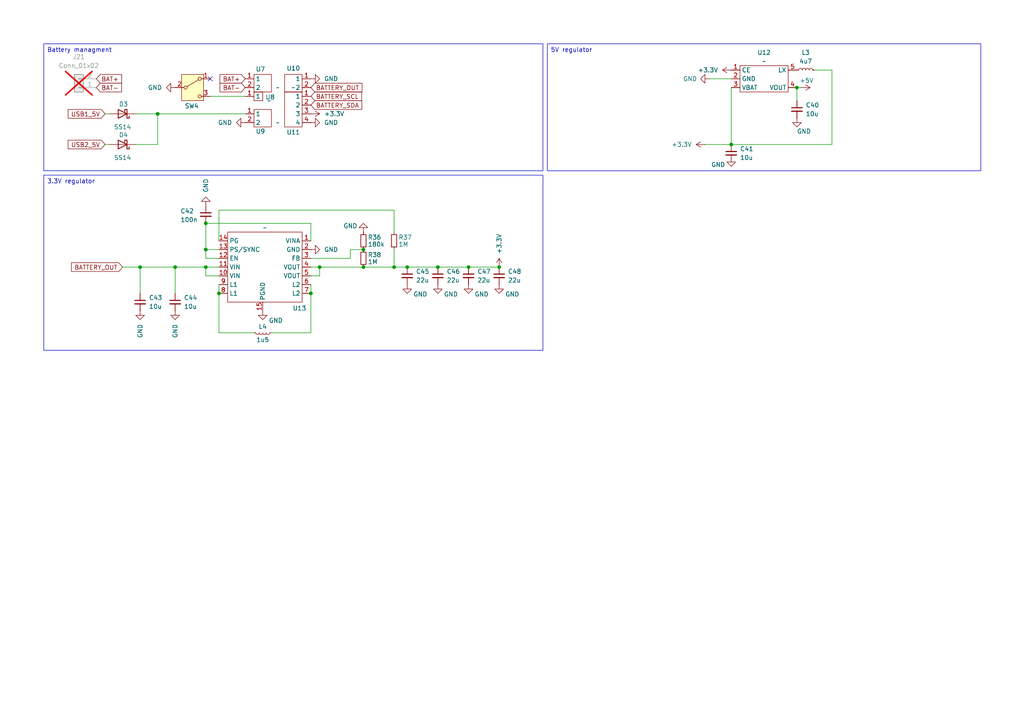
<source format=kicad_sch>
(kicad_sch (version 20231120) (generator "eeschema") (generator_version "8.0")
  (paper "A4")
  (title_block (title "PILOT") (date "2024-06-10") (rev "1.0"))
  (lib_symbols
    (symbol "Connector_Generic:Conn_01x02" (pin_names (offset 1.016) hide)
      (property "Reference" "J" (at 0 2.54 0))
      (property "Value" "Conn_01x02" (at 0 -5.08 0))
      (symbol "Conn_01x02_1_1"
        (rectangle (start -1.27 -2.413) (end 0 -2.667) (stroke (width 0.1524)))
        (rectangle (start -1.27 0.127) (end 0 -0.127) (stroke (width 0.1524)))
        (rectangle (start -1.27 1.27) (end 1.27 -3.81) (stroke (width 0.254)) (fill (type background)))
        (pin passive line (at -5.08 0 0) (length 3.81) (name "Pin_1") (number "1"))
        (pin passive line (at -5.08 -2.54 0) (length 3.81) (name "Pin_2") (number "2"))
      )
    )
    (symbol "Device:C_Small" (pin_numbers hide) (pin_names (offset 0.254) hide)
      (property "Reference" "C" (at 0.254 1.778 0))
      (property "Value" "C_Small" (at 0.254 -2.032 0))
      (symbol "C_Small_0_1"
        (polyline (pts (xy -1.524 -0.508) (xy 1.524 -0.508)) (stroke (width 0.3302)))
        (polyline (pts (xy -1.524 0.508) (xy 1.524 0.508)) (stroke (width 0.3048)))
      )
      (symbol "C_Small_1_1"
        (pin passive line (at 0 2.54 270) (length 2.032) (name "~") (number "1"))
        (pin passive line (at 0 -2.54 90) (length 2.032) (name "~") (number "2"))
      )
    )
    (symbol "Device:L_Small" (pin_numbers hide) (pin_names (offset 0.254) hide)
      (property "Reference" "L" (at 0.762 1.016 0))
      (property "Value" "L_Small" (at 0.762 -1.016 0))
      (symbol "L_Small_0_1"
        (arc (start 0 -2.032) (mid 0.5058 -1.524) (end 0 -1.016))
        (arc (start 0 -1.016) (mid 0.5058 -0.508) (end 0 0))
        (arc (start 0 0) (mid 0.5058 0.508) (end 0 1.016))
        (arc (start 0 1.016) (mid 0.5058 1.524) (end 0 2.032))
      )
      (symbol "L_Small_1_1"
        (pin passive line (at 0 2.54 270) (length 0.508) (name "~") (number "1"))
        (pin passive line (at 0 -2.54 90) (length 0.508) (name "~") (number "2"))
      )
    )
    (symbol "Device:R_Small" (pin_numbers hide) (pin_names (offset 0.254) hide)
      (property "Reference" "R" (at 0.762 0.508 0))
      (property "Value" "R_Small" (at 0.762 -1.016 0))
      (symbol "R_Small_0_1"
        (rectangle (start -0.762 1.778) (end 0.762 -1.778) (stroke (width 0.2032)))
      )
      (symbol "R_Small_1_1"
        (pin passive line (at 0 2.54 270) (length 0.762) (name "~") (number "1"))
        (pin passive line (at 0 -2.54 90) (length 0.762) (name "~") (number "2"))
      )
    )
    (symbol "Diode:SS14" (pin_numbers hide) (pin_names (offset 1.016) hide)
      (property "Reference" "D" (at 0 2.54 0))
      (property "Value" "SS14" (at 0 -2.54 0))
      (symbol "SS14_0_1"
        (polyline (pts (xy 1.27 0) (xy -1.27 0)))
        (polyline (pts (xy 1.27 1.27) (xy 1.27 -1.27) (xy -1.27 0) (xy 1.27 1.27)) (stroke (width 0.254)))
        (polyline (pts (xy -1.905 0.635) (xy -1.905 1.27) (xy -1.27 1.27) (xy -1.27 -1.27) (xy -0.635 -1.27) (xy -0.635 -0.635)) (stroke (width 0.254)))
      )
      (symbol "SS14_1_1"
        (pin passive line (at -3.81 0 0) (length 2.54) (name "K") (number "1"))
        (pin passive line (at 3.81 0 180) (length 2.54) (name "A") (number "2"))
      )
    )
    (symbol "Switch:SW_SPDT" (pin_names (offset 0) hide)
      (property "Reference" "SW" (at 0 5.08 0))
      (property "Value" "SW_SPDT" (at 0 -5.08 0))
      (symbol "SW_SPDT_0_1"
        (circle (center -2.032 0) (radius 0.4572))
        (polyline (pts (xy -1.651 0.254) (xy 1.651 2.286)))
        (circle (center 2.032 -2.54) (radius 0.4572))
        (circle (center 2.032 2.54) (radius 0.4572))
      )
      (symbol "SW_SPDT_1_1"
        (rectangle (start -3.175 3.81) (end 3.175 -3.81) (fill (type background)))
        (pin passive line (at 5.08 2.54 180) (length 2.54) (name "A") (number "1"))
        (pin passive line (at -5.08 0 0) (length 2.54) (name "B") (number "2"))
        (pin passive line (at 5.08 -2.54 180) (length 2.54) (name "C") (number "3"))
      )
    )
    (symbol "kwrzesni:DZ254S-11-02-48"
      (property "Reference" "U" (at 0 3.81 0))
      (symbol "DZ254S-11-02-48_0_1"
        (rectangle (start -2.54 2.54) (end 2.54 -2.54))
      )
      (symbol "DZ254S-11-02-48_1_1"
        (pin bidirectional line (at -5.08 1.27 0) (length 2.54) (name "1") (number "1"))
        (pin bidirectional line (at -5.08 -1.27 0) (length 2.54) (name "2") (number "2"))
      )
    )
    (symbol "kwrzesni:TPS63020DSJR"
      (property "Reference" "U" (at 12.954 14.224 0))
      (symbol "TPS63020DSJR_1_1"
        (rectangle (start -11.43 10.16) (end 10.16 -10.16))
        (pin bidirectional line (at -13.97 7.62 0) (length 2.54) (name "VINA") (number "1"))
        (pin bidirectional line (at 12.7 -2.54 180) (length 2.54) (name "VIN") (number "10"))
        (pin bidirectional line (at 12.7 0 180) (length 2.54) (name "VIN") (number "11"))
        (pin bidirectional line (at 12.7 2.54 180) (length 2.54) (name "EN") (number "12"))
        (pin bidirectional line (at 12.7 5.08 180) (length 2.54) (name "PS/SYNC") (number "13"))
        (pin bidirectional line (at 12.7 7.62 180) (length 2.54) (name "PG") (number "14"))
        (pin bidirectional line (at 0 -12.7 90) (length 2.54) (name "PGND") (number "15"))
        (pin bidirectional line (at -13.97 5.08 0) (length 2.54) (name "GND") (number "2"))
        (pin bidirectional line (at -13.97 2.54 0) (length 2.54) (name "FB") (number "3"))
        (pin bidirectional line (at -13.97 0 0) (length 2.54) (name "VOUT") (number "4"))
        (pin bidirectional line (at -13.97 -2.54 0) (length 2.54) (name "VOUT") (number "5"))
        (pin bidirectional line (at -13.97 -5.08 0) (length 2.54) (name "L2") (number "6"))
        (pin bidirectional line (at -13.97 -7.62 0) (length 2.54) (name "L2") (number "7"))
        (pin bidirectional line (at 12.7 -7.62 180) (length 2.54) (name "L1") (number "8"))
        (pin bidirectional line (at 12.7 -5.08 180) (length 2.54) (name "L1") (number "9"))
      )
    )
    (symbol "kwrzesni:X6511WVS-01H-C60D48R2"
      (property "Reference" "U" (at 0 2.54 0))
      (symbol "X6511WVS-01H-C60D48R2_0_1"
        (rectangle (start -1.27 1.27) (end 1.27 -1.27))
      )
      (symbol "X6511WVS-01H-C60D48R2_1_1"
        (pin bidirectional line (at -3.81 0 0) (length 2.54) (name "1") (number "1"))
      )
    )
    (symbol "kwrzesni:X6511WVS-04H-C60D48R1"
      (property "Reference" "U" (at 0 6.35 0))
      (symbol "X6511WVS-04H-C60D48R1_0_1"
        (rectangle (start -2.54 5.08) (end 2.54 -5.08))
      )
      (symbol "X6511WVS-04H-C60D48R1_1_1"
        (pin bidirectional line (at -5.08 3.81 0) (length 2.54) (name "1") (number "1"))
        (pin bidirectional line (at -5.08 1.27 0) (length 2.54) (name "2") (number "2"))
        (pin bidirectional line (at -5.08 -1.27 0) (length 2.54) (name "3") (number "3"))
        (pin bidirectional line (at -5.08 -3.81 0) (length 2.54) (name "4") (number "4"))
      )
    )
    (symbol "kwrzesni_symblos:XC9141A50CMR-G"
      (property "Reference" "U" (at -0.254 4.826 0))
      (symbol "XC9141A50CMR-G_0_1"
        (rectangle (start -7.62 3.81) (end 6.35 -3.81))
      )
      (symbol "XC9141A50CMR-G_1_1"
        (pin input line (at -10.16 2.54 0) (length 2.54) (name "CE") (number "1"))
        (pin power_in line (at -10.16 0 0) (length 2.54) (name "GND") (number "2"))
        (pin power_in line (at -10.16 -2.54 0) (length 2.54) (name "VBAT") (number "3"))
        (pin power_out line (at 8.89 -2.54 180) (length 2.54) (name "VOUT") (number "4"))
        (pin input line (at 8.89 2.54 180) (length 2.54) (name "LX") (number "5"))
      )
    )
    (symbol "power:+3.3V" (power) (pin_numbers hide) (pin_names (offset 0) hide)
      (property "Value" "+3.3V" (at 0 3.556 0))
      (symbol "+3.3V_0_1"
        (polyline (pts (xy -0.762 1.27) (xy 0 2.54)))
        (polyline (pts (xy 0 0) (xy 0 2.54)))
        (polyline (pts (xy 0 2.54) (xy 0.762 1.27)))
      )
      (symbol "+3.3V_1_1"
        (pin power_in line (at 0 0 90) (length 0) (name "~") (number "1"))
      )
    )
    (symbol "power:+5V" (power) (pin_numbers hide) (pin_names (offset 0) hide)
      (property "Value" "+5V" (at 0 3.556 0))
      (symbol "+5V_0_1"
        (polyline (pts (xy -0.762 1.27) (xy 0 2.54)))
        (polyline (pts (xy 0 0) (xy 0 2.54)))
        (polyline (pts (xy 0 2.54) (xy 0.762 1.27)))
      )
      (symbol "+5V_1_1"
        (pin power_in line (at 0 0 90) (length 0) (name "~") (number "1"))
      )
    )
    (symbol "power:GND" (power) (pin_numbers hide) (pin_names (offset 0) hide)
      (property "Value" "GND" (at 0 -3.81 0))
      (symbol "GND_0_1"
        (polyline (pts (xy 0 0) (xy 0 -1.27) (xy 1.27 -1.27) (xy 0 -2.54) (xy -1.27 -1.27) (xy 0 -1.27)))
      )
      (symbol "GND_1_1"
        (pin power_in line (at 0 0 270) (length 0) (name "~") (number "1"))
      )
    )
  )
  (junction (at 59.69 77.47))
  (junction (at 135.89 77.47))
  (junction (at 90.17 85.09))
  (junction (at 144.78 77.47))
  (junction (at 40.64 77.47))
  (junction (at 59.69 72.39))
  (junction (at 105.41 72.39))
  (junction (at 231.14 25.4))
  (junction (at 50.8 77.47))
  (junction (at 212.09 41.91))
  (junction (at 63.5 85.09))
  (junction (at 118.11 77.47))
  (junction (at 59.69 64.77))
  (junction (at 114.3 77.47))
  (junction (at 127 77.47))
  (junction (at 105.41 77.47))
  (junction (at 92.71 77.47))
  (junction (at 45.72 33.02))
  (no_connect (at 60.96 22.86))
  (wire (pts (xy 73.66 96.52) (xy 63.5 96.52)))
  (wire (pts (xy 241.3 20.32) (xy 236.22 20.32)))
  (wire (pts (xy 114.3 77.47) (xy 118.11 77.47)))
  (wire (pts (xy 105.41 77.47) (xy 114.3 77.47)))
  (wire (pts (xy 92.71 77.47) (xy 105.41 77.47)))
  (wire (pts (xy 45.72 33.02) (xy 71.12 33.02)))
  (wire (pts (xy 60.96 27.94) (xy 71.12 27.94)))
  (wire (pts (xy 63.5 96.52) (xy 63.5 85.09)))
  (wire (pts (xy 30.48 41.91) (xy 31.75 41.91)))
  (wire (pts (xy 30.48 33.02) (xy 31.75 33.02)))
  (wire (pts (xy 59.69 77.47) (xy 59.69 80.01)))
  (wire (pts (xy 205.74 22.86) (xy 212.09 22.86)))
  (wire (pts (xy 114.3 60.96) (xy 114.3 67.31)))
  (wire (pts (xy 90.17 96.52) (xy 90.17 85.09)))
  (wire (pts (xy 59.69 77.47) (xy 63.5 77.47)))
  (wire (pts (xy 39.37 33.02) (xy 45.72 33.02)))
  (wire (pts (xy 204.47 41.91) (xy 212.09 41.91)))
  (wire (pts (xy 63.5 72.39) (xy 59.69 72.39)))
  (wire (pts (xy 35.56 77.47) (xy 40.64 77.47)))
  (wire (pts (xy 50.8 77.47) (xy 59.69 77.47)))
  (wire (pts (xy 101.6 72.39) (xy 105.41 72.39)))
  (wire (pts (xy 241.3 41.91) (xy 241.3 20.32)))
  (wire (pts (xy 50.8 77.47) (xy 50.8 85.09)))
  (wire (pts (xy 63.5 74.93) (xy 59.69 74.93)))
  (wire (pts (xy 232.41 25.4) (xy 231.14 25.4)))
  (wire (pts (xy 90.17 69.85) (xy 90.17 64.77)))
  (wire (pts (xy 45.72 33.02) (xy 45.72 41.91)))
  (wire (pts (xy 59.69 80.01) (xy 63.5 80.01)))
  (wire (pts (xy 59.69 72.39) (xy 59.69 64.77)))
  (wire (pts (xy 90.17 80.01) (xy 92.71 80.01)))
  (wire (pts (xy 78.74 96.52) (xy 90.17 96.52)))
  (wire (pts (xy 212.09 45.72) (xy 212.09 46.99)))
  (wire (pts (xy 90.17 77.47) (xy 92.71 77.47)))
  (wire (pts (xy 118.11 77.47) (xy 127 77.47)))
  (wire (pts (xy 39.37 41.91) (xy 45.72 41.91)))
  (wire (pts (xy 63.5 82.55) (xy 63.5 85.09)))
  (wire (pts (xy 135.89 77.47) (xy 144.78 77.47)))
  (wire (pts (xy 40.64 85.09) (xy 40.64 77.47)))
  (wire (pts (xy 212.09 25.4) (xy 212.09 41.91)))
  (wire (pts (xy 231.14 25.4) (xy 231.14 29.21)))
  (wire (pts (xy 114.3 72.39) (xy 114.3 77.47)))
  (wire (pts (xy 59.69 64.77) (xy 90.17 64.77)))
  (wire (pts (xy 92.71 80.01) (xy 92.71 77.47)))
  (wire (pts (xy 90.17 82.55) (xy 90.17 85.09)))
  (wire (pts (xy 40.64 77.47) (xy 50.8 77.47)))
  (wire (pts (xy 90.17 74.93) (xy 101.6 74.93)))
  (wire (pts (xy 212.09 41.91) (xy 241.3 41.91)))
  (wire (pts (xy 127 77.47) (xy 135.89 77.47)))
  (wire (pts (xy 63.5 60.96) (xy 114.3 60.96)))
  (wire (pts (xy 101.6 74.93) (xy 101.6 72.39)))
  (wire (pts (xy 59.69 74.93) (xy 59.69 72.39)))
  (wire (pts (xy 63.5 69.85) (xy 63.5 60.96)))
  (text_box "Battery managment" (at 12.7 12.7 0) (size 144.78 36.83) (effects (font (size 1.27 1.27)) (justify left top)))
  (text_box "3.3V regulator" (at 12.7 50.8 0) (size 144.78 50.8) (effects (font (size 1.27 1.27)) (justify left top)))
  (text_box "5V regulator" (at 158.75 12.7 0) (size 125.73 36.83) (effects (font (size 1.27 1.27)) (justify left top)))
  (global_label "BAT+" (shape input) (at 71.12 22.86 180) (property "Intersheetrefs" "${INTERSHEET_REFS}" (effects (hide yes))))
  (global_label "BATTERY_OUT" (shape input) (at 35.56 77.47 180) (property "Intersheetrefs" "${INTERSHEET_REFS}" (effects (hide yes))))
  (global_label "BAT+" (shape input) (at 27.94 22.86 0) (property "Intersheetrefs" "${INTERSHEET_REFS}" (effects (hide yes))))
  (global_label "BAT-" (shape input) (at 27.94 25.4 0) (property "Intersheetrefs" "${INTERSHEET_REFS}" (effects (hide yes))))
  (global_label "USB2_5V" (shape input) (at 30.48 41.91 180) (property "Intersheetrefs" "${INTERSHEET_REFS}" (effects (hide yes))))
  (global_label "BATTERY_SCL" (shape input) (at 90.17 27.94 0) (property "Intersheetrefs" "${INTERSHEET_REFS}" (effects (hide yes))))
  (global_label "USB1_5V" (shape input) (at 30.48 33.02 180) (property "Intersheetrefs" "${INTERSHEET_REFS}" (effects (hide yes))))
  (global_label "BAT-" (shape input) (at 71.12 25.4 180) (property "Intersheetrefs" "${INTERSHEET_REFS}" (effects (hide yes))))
  (global_label "BATTERY_OUT" (shape input) (at 90.17 25.4 0) (property "Intersheetrefs" "${INTERSHEET_REFS}" (effects (hide yes))))
  (global_label "BATTERY_SDA" (shape input) (at 90.17 30.48 0) (property "Intersheetrefs" "${INTERSHEET_REFS}" (effects (hide yes))))
  (symbol (lib_id "power:GND") (at 40.64 90.17 0) (unit 1)
    (property "Reference" "#PWR031" (effects (hide yes)))
    (property "Value" "GND" (at 40.6399 93.98 90) (effects (justify right)))
    (property "Description" "Power symbol creates a global label with name \"GND\" , ground" (effects (hide yes)))
  )
  (symbol (lib_id "Device:R_Small") (at 105.41 69.85 180) (unit 1)
    (property "Reference" "R36" (at 106.68 68.834 0) (effects (justify right)))
    (property "Value" "180k" (at 106.68 70.866 0) (effects (justify right)))
    (property "Footprint" "Resistor_SMD:R_0603_1608Metric" (effects (hide yes)))
    (property "Description" "Resistor, small symbol" (effects (hide yes)))
    (property "LCSC Part #" "C234326" (effects (hide yes)))
  )
  (symbol (lib_id "Diode:SS14") (at 35.56 41.91 180) (unit 1)
    (property "Reference" "D4" (at 35.814 39.116 0))
    (property "Value" "SS14" (at 35.56 45.72 0))
    (property "Footprint" "Diode_SMD:D_SMA" (effects (hide yes)))
    (property "Datasheet" "https://www.vishay.com/docs/88746/ss12.pdf" (effects (hide yes)))
    (property "Description" "40V 1A Schottky Diode, SMA" (effects (hide yes)))
    (property "LCSC Part #" "C2480" (effects (hide yes)))
  )
  (symbol (lib_id "power:+3.3V") (at 90.17 33.02 270) (unit 1)
    (property "Reference" "#PWR026" (effects (hide yes)))
    (property "Value" "+3.3V" (at 93.98 33.0199 90) (effects (justify left)))
    (property "Description" "Power symbol creates a global label with name \"+3.3V\"" (effects (hide yes)))
  )
  (symbol (lib_id "kwrzesni_symblos:XC9141A50CMR-G") (at 222.25 22.86 0) (unit 1)
    (property "Reference" "U12" (at 221.615 15.24 0))
    (property "Value" "~" (at 221.615 17.78 0))
    (property "Footprint" "kwrzesni:SOT-25-5" (effects (hide yes)))
    (property "LCSC Part #" "C2469138" (effects (hide yes)))
  )
  (symbol (lib_id "Device:C_Small") (at 231.14 31.75 0) (unit 1)
    (property "Reference" "C40" (at 233.68 30.4862 0) (effects (justify left)))
    (property "Value" "10u" (at 233.68 33.0262 0) (effects (justify left)))
    (property "Footprint" "Capacitor_SMD:C_1206_3216Metric" (effects (hide yes)))
    (property "Description" "Unpolarized capacitor, small symbol" (effects (hide yes)))
    (property "LCSC Part #" "C13585" (effects (hide yes)))
  )
  (symbol (lib_id "power:GND") (at 71.12 35.56 270) (unit 1)
    (property "Reference" "#PWR023" (effects (hide yes)))
    (property "Value" "GND" (at 67.31 35.5599 90) (effects (justify right)))
    (property "Description" "Power symbol creates a global label with name \"GND\" , ground" (effects (hide yes)))
  )
  (symbol (lib_id "Device:L_Small") (at 76.2 96.52 270) (unit 1)
    (property "Reference" "L4" (at 76.2 94.742 90))
    (property "Value" "1u5" (at 76.2 98.552 90))
    (property "Footprint" "Inductor_SMD:L_Vishay_IFSC-1515AH_4x4x1.8mm" (effects (hide yes)))
    (property "Description" "Inductor, small symbol" (effects (hide yes)))
    (property "LCSC Part #" "C3033018" (effects (hide yes)))
  )
  (symbol (lib_id "Device:R_Small") (at 105.41 74.93 180) (unit 1)
    (property "Reference" "R38" (at 106.68 73.914 0) (effects (justify right)))
    (property "Value" "1M" (at 106.68 75.946 0) (effects (justify right)))
    (property "Footprint" "Resistor_SMD:R_0603_1608Metric" (effects (hide yes)))
    (property "Description" "Resistor, small symbol" (effects (hide yes)))
    (property "LCSC Part #" "C86472" (effects (hide yes)))
  )
  (symbol (lib_id "power:+3.3V") (at 204.47 41.91 90) (mirror x) (unit 1)
    (property "Reference" "#PWR037" (effects (hide yes)))
    (property "Value" "+3.3V" (at 200.66 41.9099 90) (effects (justify left)))
    (property "Description" "Power symbol creates a global label with name \"+3.3V\"" (effects (hide yes)))
  )
  (symbol (lib_id "Device:R_Small") (at 114.3 69.85 180) (unit 1)
    (property "Reference" "R37" (at 115.57 68.834 0) (effects (justify right)))
    (property "Value" "1M" (at 115.57 70.866 0) (effects (justify right)))
    (property "Footprint" "Resistor_SMD:R_0603_1608Metric" (effects (hide yes)))
    (property "Description" "Resistor, small symbol" (effects (hide yes)))
    (property "LCSC Part #" "C86472" (effects (hide yes)))
  )
  (symbol (lib_id "power:GND") (at 76.2 90.17 0) (unit 1)
    (property "Reference" "#PWR065" (effects (hide yes)))
    (property "Value" "GND" (at 82.042 92.964 0) (effects (justify right)))
    (property "Description" "Power symbol creates a global label with name \"GND\" , ground" (effects (hide yes)))
  )
  (symbol (lib_id "Device:C_Small") (at 127 80.01 0) (unit 1)
    (property "Reference" "C46" (at 129.54 78.7462 0) (effects (justify left)))
    (property "Value" "22u" (at 129.54 81.2862 0) (effects (justify left)))
    (property "Footprint" "Capacitor_SMD:C_0603_1608Metric" (effects (hide yes)))
    (property "Description" "Unpolarized capacitor, small symbol" (effects (hide yes)))
    (property "LCSC Part #" "C466784" (effects (hide yes)))
  )
  (symbol (lib_id "power:GND") (at 59.69 59.69 180) (unit 1)
    (property "Reference" "#PWR054" (effects (hide yes)))
    (property "Value" "GND" (at 59.6901 55.88 90) (effects (justify right)))
    (property "Description" "Power symbol creates a global label with name \"GND\" , ground" (effects (hide yes)))
  )
  (symbol (lib_id "power:GND") (at 127 82.55 0) (unit 1)
    (property "Reference" "#PWR071" (effects (hide yes)))
    (property "Value" "GND" (at 132.842 85.344 0) (effects (justify right)))
    (property "Description" "Power symbol creates a global label with name \"GND\" , ground" (effects (hide yes)))
  )
  (symbol (lib_id "Device:C_Small") (at 59.69 62.23 0) (unit 1)
    (property "Reference" "C42" (at 52.324 61.214 0) (effects (justify left)))
    (property "Value" "100n" (at 52.324 63.754 0) (effects (justify left)))
    (property "Footprint" "Capacitor_SMD:C_0402_1005Metric" (effects (hide yes)))
    (property "Description" "Unpolarized capacitor, small symbol" (effects (hide yes)))
    (property "LCSC Part #" "C147680" (effects (hide yes)))
  )
  (symbol (lib_id "kwrzesni:X6511WVS-04H-C60D48R1") (at 85.09 31.75 0) (mirror y) (unit 1)
    (property "Reference" "U11" (at 85.09 38.354 0))
    (property "Value" "~" (at 85.09 25.4 0))
    (property "Footprint" "kwrzesni:X6511WVS-04H-C60D48R1" (effects (hide yes)))
    (property "LCSC Part #" "C780062" (effects (hide yes)))
  )
  (symbol (lib_id "Device:C_Small") (at 135.89 80.01 0) (unit 1)
    (property "Reference" "C47" (at 138.43 78.7462 0) (effects (justify left)))
    (property "Value" "22u" (at 138.43 81.2862 0) (effects (justify left)))
    (property "Footprint" "Capacitor_SMD:C_0603_1608Metric" (effects (hide yes)))
    (property "Description" "Unpolarized capacitor, small symbol" (effects (hide yes)))
    (property "LCSC Part #" "C466784" (effects (hide yes)))
  )
  (symbol (lib_id "power:GND") (at 50.8 90.17 0) (unit 1)
    (property "Reference" "#PWR033" (effects (hide yes)))
    (property "Value" "GND" (at 50.7999 93.98 90) (effects (justify right)))
    (property "Description" "Power symbol creates a global label with name \"GND\" , ground" (effects (hide yes)))
  )
  (symbol (lib_id "power:+3.3V") (at 144.78 77.47 0) (mirror y) (unit 1)
    (property "Reference" "#PWR017" (effects (hide yes)))
    (property "Value" "+3.3V" (at 144.7801 73.66 90) (effects (justify left)))
    (property "Description" "Power symbol creates a global label with name \"+3.3V\"" (effects (hide yes)))
  )
  (symbol (lib_id "kwrzesni:DZ254S-11-02-48") (at 85.09 24.13 0) (mirror y) (unit 1)
    (property "Reference" "U10" (at 85.09 19.812 0))
    (property "Value" "~" (at 85.09 20.32 0))
    (property "Footprint" "kwrzesni:DZ254S-11-02-48" (effects (hide yes)))
    (property "LCSC Part #" "C5160785" (effects (hide yes)))
  )
  (symbol (lib_id "Device:C_Small") (at 212.09 44.45 0) (unit 1)
    (property "Reference" "C41" (at 214.63 43.1862 0) (effects (justify left)))
    (property "Value" "10u" (at 214.63 45.7262 0) (effects (justify left)))
    (property "Footprint" "Capacitor_SMD:C_1206_3216Metric" (effects (hide yes)))
    (property "Description" "Unpolarized capacitor, small symbol" (effects (hide yes)))
    (property "LCSC Part #" "C13585" (effects (hide yes)))
  )
  (symbol (lib_id "kwrzesni:DZ254S-11-02-48") (at 76.2 34.29 0) (unit 1)
    (property "Reference" "U9" (at 74.168 38.1 0) (effects (justify left)))
    (property "Value" "~" (at 80.01 35.56 0) (effects (justify left)))
    (property "Footprint" "kwrzesni:DZ254S-11-02-48" (effects (hide yes)))
    (property "LCSC Part #" "C5160785" (effects (hide yes)))
  )
  (symbol (lib_id "power:+3.3V") (at 212.09 20.32 90) (mirror x) (unit 1)
    (property "Reference" "#PWR042" (effects (hide yes)))
    (property "Value" "+3.3V" (at 208.28 20.3199 90) (effects (justify left)))
    (property "Description" "Power symbol creates a global label with name \"+3.3V\"" (effects (hide yes)))
  )
  (symbol (lib_id "power:+5V") (at 232.41 25.4 270) (unit 1)
    (property "Reference" "#PWR036" (effects (hide yes)))
    (property "Value" "+5V" (at 231.902 23.368 90) (effects (justify left)))
    (property "Description" "Power symbol creates a global label with name \"+5V\"" (effects (hide yes)))
  )
  (symbol (lib_id "Device:C_Small") (at 118.11 80.01 0) (unit 1)
    (property "Reference" "C45" (at 120.65 78.7462 0) (effects (justify left)))
    (property "Value" "22u" (at 120.65 81.2862 0) (effects (justify left)))
    (property "Footprint" "Capacitor_SMD:C_0603_1608Metric" (effects (hide yes)))
    (property "Description" "Unpolarized capacitor, small symbol" (effects (hide yes)))
    (property "LCSC Part #" "C466784" (effects (hide yes)))
  )
  (symbol (lib_id "power:GND") (at 231.14 34.29 0) (mirror y) (unit 1)
    (property "Reference" "#PWR041" (effects (hide yes)))
    (property "Value" "GND" (at 231.1399 38.1 0) (effects (justify right)))
    (property "Description" "Power symbol creates a global label with name \"GND\" , ground" (effects (hide yes)))
  )
  (symbol (lib_id "kwrzesni:X6511WVS-01H-C60D48R2") (at 74.93 27.94 0) (unit 1)
    (property "Reference" "U8" (at 76.962 28.194 0) (effects (justify left)))
    (property "Value" "~" (at 77.47 29.21 0) (effects (justify left)))
    (property "Footprint" "kwrzesni:X6511WVS-01H-C60D48R2" (effects (hide yes)))
    (property "LCSC Part #" "C2883758" (effects (hide yes)))
  )
  (symbol (lib_id "Connector_Generic:Conn_01x02") (at 22.86 25.4 180) (unit 1) (dnp yes)
    (property "Reference" "J21" (at 22.86 16.51 0))
    (property "Value" "Conn_01x02" (at 22.86 19.05 0))
    (property "Footprint" "kwrzesni:battery" (effects (hide yes)))
    (property "Description" "Generic connector, single row, 01x02, script generated (kicad-library-utils/schlib/autogen/connector/)" (effects (hide yes)))
  )
  (symbol (lib_id "power:GND") (at 212.09 45.72 0) (mirror y) (unit 1)
    (property "Reference" "#PWR039" (effects (hide yes)))
    (property "Value" "GND" (at 206.248 47.752 0) (effects (justify right)))
    (property "Description" "Power symbol creates a global label with name \"GND\" , ground" (effects (hide yes)))
  )
  (symbol (lib_id "Device:C_Small") (at 144.78 80.01 0) (unit 1)
    (property "Reference" "C48" (at 147.32 78.7462 0) (effects (justify left)))
    (property "Value" "22u" (at 147.32 81.2862 0) (effects (justify left)))
    (property "Footprint" "Capacitor_SMD:C_0603_1608Metric" (effects (hide yes)))
    (property "Description" "Unpolarized capacitor, small symbol" (effects (hide yes)))
    (property "LCSC Part #" "C466784" (effects (hide yes)))
  )
  (symbol (lib_id "power:GND") (at 144.78 82.55 0) (unit 1)
    (property "Reference" "#PWR077" (effects (hide yes)))
    (property "Value" "GND" (at 150.622 85.344 0) (effects (justify right)))
    (property "Description" "Power symbol creates a global label with name \"GND\" , ground" (effects (hide yes)))
  )
  (symbol (lib_id "power:GND") (at 205.74 22.86 270) (mirror x) (unit 1)
    (property "Reference" "#PWR040" (effects (hide yes)))
    (property "Value" "GND" (at 202.184 22.86 90) (effects (justify right)))
    (property "Description" "Power symbol creates a global label with name \"GND\" , ground" (effects (hide yes)))
  )
  (symbol (lib_id "power:GND") (at 90.17 35.56 90) (unit 1)
    (property "Reference" "#PWR027" (effects (hide yes)))
    (property "Value" "GND" (at 93.98 35.5599 90) (effects (justify right)))
    (property "Description" "Power symbol creates a global label with name \"GND\" , ground" (effects (hide yes)))
  )
  (symbol (lib_id "power:GND") (at 135.89 82.55 0) (unit 1)
    (property "Reference" "#PWR072" (effects (hide yes)))
    (property "Value" "GND" (at 141.732 85.344 0) (effects (justify right)))
    (property "Description" "Power symbol creates a global label with name \"GND\" , ground" (effects (hide yes)))
  )
  (symbol (lib_id "power:GND") (at 90.17 22.86 90) (unit 1)
    (property "Reference" "#PWR030" (effects (hide yes)))
    (property "Value" "GND" (at 93.98 22.8599 90) (effects (justify right)))
    (property "Description" "Power symbol creates a global label with name \"GND\" , ground" (effects (hide yes)))
  )
  (symbol (lib_id "Device:L_Small") (at 233.68 20.32 90) (unit 1)
    (property "Reference" "L3" (at 233.68 15.24 90))
    (property "Value" "4u7" (at 233.68 17.78 90))
    (property "Footprint" "Inductor_SMD:L_Coilcraft_XAL6060-XXX" (effects (hide yes)))
    (property "Description" "Inductor, small symbol" (effects (hide yes)))
    (property "LCSC Part #" "C436517" (effects (hide yes)))
  )
  (symbol (lib_id "power:GND") (at 118.11 82.55 0) (unit 1)
    (property "Reference" "#PWR069" (effects (hide yes)))
    (property "Value" "GND" (at 123.952 85.344 0) (effects (justify right)))
    (property "Description" "Power symbol creates a global label with name \"GND\" , ground" (effects (hide yes)))
  )
  (symbol (lib_id "kwrzesni:TPS63020DSJR") (at 76.2 77.47 0) (mirror y) (unit 1)
    (property "Reference" "U13" (at 86.868 89.408 0))
    (property "Value" "~" (at 76.835 66.04 0))
    (property "Footprint" "kwrzesni:TPS63020DSJR" (effects (hide yes)))
    (property "LCSC Part #" "C15483" (effects (hide yes)))
  )
  (symbol (lib_id "Switch:SW_SPDT") (at 55.88 25.4 0) (unit 1)
    (property "Reference" "SW4" (at 55.626 30.734 0))
    (property "Value" "SW_SPDT" (effects (hide yes)))
    (property "Footprint" "Button_Switch_SMD:SW_SPDT_PCM12" (effects (hide yes)))
    (property "Description" "Switch, single pole double throw" (effects (hide yes)))
    (property "LCSC Part #" "C778186" (effects (hide yes)))
  )
  (symbol (lib_id "Diode:SS14") (at 35.56 33.02 180) (unit 1)
    (property "Reference" "D3" (at 35.814 30.226 0))
    (property "Value" "SS14" (at 35.56 36.83 0))
    (property "Footprint" "Diode_SMD:D_SMA" (effects (hide yes)))
    (property "Datasheet" "https://www.vishay.com/docs/88746/ss12.pdf" (effects (hide yes)))
    (property "Description" "40V 1A Schottky Diode, SMA" (effects (hide yes)))
    (property "LCSC Part #" "C2480" (effects (hide yes)))
  )
  (symbol (lib_id "kwrzesni:DZ254S-11-02-48") (at 76.2 24.13 0) (unit 1)
    (property "Reference" "U7" (at 74.168 20.066 0) (effects (justify left)))
    (property "Value" "~" (at 80.01 25.4 0) (effects (justify left)))
    (property "Footprint" "kwrzesni:DZ254S-11-02-48" (effects (hide yes)))
    (property "LCSC Part #" "C5160785" (effects (hide yes)))
  )
  (symbol (lib_id "power:GND") (at 105.41 67.31 180) (unit 1)
    (property "Reference" "#PWR062" (effects (hide yes)))
    (property "Value" "GND" (at 99.568 65.532 0) (effects (justify right)))
    (property "Description" "Power symbol creates a global label with name \"GND\" , ground" (effects (hide yes)))
  )
  (symbol (lib_id "power:GND") (at 50.8 25.4 270) (unit 1)
    (property "Reference" "#PWR046" (effects (hide yes)))
    (property "Value" "GND" (at 46.99 25.3999 90) (effects (justify right)))
    (property "Description" "Power symbol creates a global label with name \"GND\" , ground" (effects (hide yes)))
  )
  (symbol (lib_id "power:GND") (at 90.17 72.39 90) (unit 1)
    (property "Reference" "#PWR057" (effects (hide yes)))
    (property "Value" "GND" (at 93.98 72.3901 90) (effects (justify right)))
    (property "Description" "Power symbol creates a global label with name \"GND\" , ground" (effects (hide yes)))
  )
  (symbol (lib_id "Device:C_Small") (at 50.8 87.63 0) (unit 1)
    (property "Reference" "C44" (at 53.34 86.3662 0) (effects (justify left)))
    (property "Value" "10u" (at 53.34 88.9062 0) (effects (justify left)))
    (property "Footprint" "Capacitor_SMD:C_0603_1608Metric" (effects (hide yes)))
    (property "Description" "Unpolarized capacitor, small symbol" (effects (hide yes)))
    (property "LCSC Part #" "C466780" (effects (hide yes)))
  )
  (symbol (lib_id "Device:C_Small") (at 40.64 87.63 0) (unit 1)
    (property "Reference" "C43" (at 43.18 86.3662 0) (effects (justify left)))
    (property "Value" "10u" (at 43.18 88.9062 0) (effects (justify left)))
    (property "Footprint" "Capacitor_SMD:C_0603_1608Metric" (effects (hide yes)))
    (property "Description" "Unpolarized capacitor, small symbol" (effects (hide yes)))
    (property "LCSC Part #" "C466780" (effects (hide yes)))
  )
)
</source>
